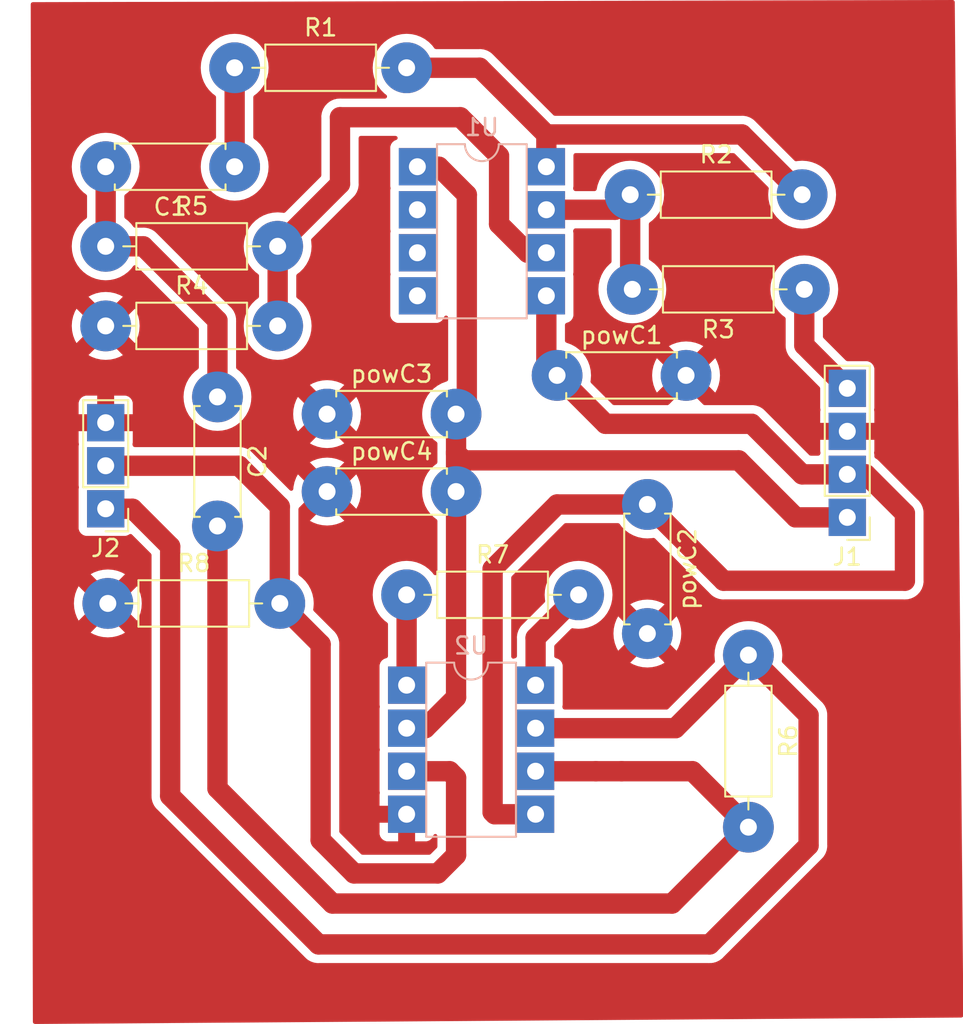
<source format=kicad_pcb>
(kicad_pcb (version 20221018) (generator pcbnew)
  (layers (0 "F.Cu" signal) (31 "B.Cu" signal) (34 "B.Paste" user) (35 "F.Paste" user) (36 "B.SilkS" user "B.Silkscreen") (37 "F.SilkS" user "F.Silkscreen") (38 "B.Mask" user) (39 "F.Mask" user) (44 "Edge.Cuts" user))
  (net 0 "")
  (net 1 "Net-(C1-Pad1)")
  (net 2 "Net-(C1-Pad2)")
  (net 3 "GND")
  (net 4 "/V+")
  (net 5 "/V-")
  (net 6 "/Vin")
  (net 7 "Net-(U1-Vout1)")
  (net 8 "Net-(U1--IN1)")
  (net 9 "Net-(U1-+IN1)")
  (net 13 "/Injection")
  (net 14 "Net-(U2-+Rg)")
  (net 15 "Net-(U2--Rg)")
  (net 16 "/m+")
  (net 17 "Net-(U2-+IN1)")
  (footprint "Resistor_THT:R_Axial_DIN0207_L6.3mm_D2.5mm_P7.62mm_Horizontal" (layer "F.Cu") (at 44.45 35.8775)
    (fp_text reference "powC1" (at 3.81 -2.37) (layer "F.SilkS"))
    (fp_text value "1u")
    (fp_line (start 0.54 -1.37) (end 7.08 -1.37) (stroke (width 0.12)) (layer "F.SilkS"))
    (fp_line (start 0.54 -1.04) (end 0.54 -1.37) (stroke (width 0.12)) (layer "F.SilkS"))
    (fp_line (start 0.54 1.04) (end 0.54 1.37) (stroke (width 0.12)) (layer "F.SilkS"))
    (fp_line (start 0.54 1.37) (end 7.08 1.37) (stroke (width 0.12)) (layer "F.SilkS"))
    (fp_line (start 7.08 -1.37) (end 7.08 -1.04) (stroke (width 0.12)) (layer "F.SilkS"))
    (fp_line (start 7.08 1.37) (end 7.08 1.04) (stroke (width 0.12)) (layer "F.SilkS"))
    (pad "1" thru_hole circle (at 0 0) (size 3 3) (drill 1) (layers "*.Cu" "*.Mask") (net 5 "/V-"))
    (pad "2" thru_hole circle (at 7.62 0) (size 3 3) (drill 1) (layers "*.Cu" "*.Mask") (net 3 "GND"))
  )
  (footprint "Resistor_THT:R_Axial_DIN0207_L6.3mm_D2.5mm_P10.16mm_Horizontal" (layer "F.Cu") (at 17.78 32.9565)
    (fp_text reference "R4" (at 5.08 -2.37) (layer "F.SilkS"))
    (fp_text value "47k")
    (fp_line (start 1.04 0) (end 1.81 0) (stroke (width 0.12)) (layer "F.SilkS"))
    (fp_line (start 1.81 -1.37) (end 1.81 1.37) (stroke (width 0.12)) (layer "F.SilkS"))
    (fp_line (start 1.81 1.37) (end 8.35 1.37) (stroke (width 0.12)) (layer "F.SilkS"))
    (fp_line (start 8.35 -1.37) (end 1.81 -1.37) (stroke (width 0.12)) (layer "F.SilkS"))
    (fp_line (start 8.35 1.37) (end 8.35 -1.37) (stroke (width 0.12)) (layer "F.SilkS"))
    (fp_line (start 9.12 0) (end 8.35 0) (stroke (width 0.12)) (layer "F.SilkS"))
    (pad "1" thru_hole circle (at 0 0) (size 3 3) (drill 1) (layers "*.Cu" "*.Mask") (net 3 "GND"))
    (pad "2" thru_hole circle (at 10.16 0) (size 3 3) (drill 1) (layers "*.Cu" "*.Mask") (net 9 "Net-(U1-+IN1)"))
  )
  (footprint "Resistor_THT:R_Axial_DIN0207_L6.3mm_D2.5mm_P7.62mm_Horizontal" (layer "F.Cu") (at 30.861 42.7355)
    (fp_text reference "powC4" (at 3.81 -2.37) (layer "F.SilkS"))
    (fp_text value "1n")
    (fp_line (start 0.54 -1.37) (end 7.08 -1.37) (stroke (width 0.12)) (layer "F.SilkS"))
    (fp_line (start 0.54 -1.04) (end 0.54 -1.37) (stroke (width 0.12)) (layer "F.SilkS"))
    (fp_line (start 0.54 1.04) (end 0.54 1.37) (stroke (width 0.12)) (layer "F.SilkS"))
    (fp_line (start 0.54 1.37) (end 7.08 1.37) (stroke (width 0.12)) (layer "F.SilkS"))
    (fp_line (start 7.08 -1.37) (end 7.08 -1.04) (stroke (width 0.12)) (layer "F.SilkS"))
    (fp_line (start 7.08 1.37) (end 7.08 1.04) (stroke (width 0.12)) (layer "F.SilkS"))
    (pad "1" thru_hole circle (at 0 0) (size 3 3) (drill 1) (layers "*.Cu" "*.Mask") (net 3 "GND"))
    (pad "2" thru_hole circle (at 7.62 0) (size 3 3) (drill 1) (layers "*.Cu" "*.Mask") (net 4 "/V+"))
  )
  (footprint "Resistor_THT:R_Axial_DIN0207_L6.3mm_D2.5mm_P7.62mm_Horizontal" (layer "F.Cu") (at 30.861 38.1635)
    (fp_text reference "powC3" (at 3.81 -2.37) (layer "F.SilkS"))
    (fp_text value "1u")
    (fp_line (start 0.54 -1.37) (end 7.08 -1.37) (stroke (width 0.12)) (layer "F.SilkS"))
    (fp_line (start 0.54 -1.04) (end 0.54 -1.37) (stroke (width 0.12)) (layer "F.SilkS"))
    (fp_line (start 0.54 1.04) (end 0.54 1.37) (stroke (width 0.12)) (layer "F.SilkS"))
    (fp_line (start 0.54 1.37) (end 7.08 1.37) (stroke (width 0.12)) (layer "F.SilkS"))
    (fp_line (start 7.08 -1.37) (end 7.08 -1.04) (stroke (width 0.12)) (layer "F.SilkS"))
    (fp_line (start 7.08 1.37) (end 7.08 1.04) (stroke (width 0.12)) (layer "F.SilkS"))
    (pad "1" thru_hole circle (at 0 0) (size 3 3) (drill 1) (layers "*.Cu" "*.Mask") (net 3 "GND"))
    (pad "2" thru_hole circle (at 7.62 0) (size 3 3) (drill 1) (layers "*.Cu" "*.Mask") (net 4 "/V+"))
  )
  (footprint "Resistor_THT:R_Axial_DIN0207_L6.3mm_D2.5mm_P10.16mm_Horizontal" (layer "F.Cu") (at 35.56 48.8315)
    (fp_text reference "R7" (at 5.08 -2.37) (layer "F.SilkS"))
    (fp_text value "500")
    (fp_line (start 1.04 0) (end 1.81 0) (stroke (width 0.12)) (layer "F.SilkS"))
    (fp_line (start 1.81 -1.37) (end 1.81 1.37) (stroke (width 0.12)) (layer "F.SilkS"))
    (fp_line (start 1.81 1.37) (end 8.35 1.37) (stroke (width 0.12)) (layer "F.SilkS"))
    (fp_line (start 8.35 -1.37) (end 1.81 -1.37) (stroke (width 0.12)) (layer "F.SilkS"))
    (fp_line (start 8.35 1.37) (end 8.35 -1.37) (stroke (width 0.12)) (layer "F.SilkS"))
    (fp_line (start 9.12 0) (end 8.35 0) (stroke (width 0.12)) (layer "F.SilkS"))
    (pad "1" thru_hole circle (at 0 0) (size 3 3) (drill 1) (layers "*.Cu" "*.Mask") (net 14 "Net-(U2-+Rg)"))
    (pad "2" thru_hole circle (at 10.16 0) (size 3 3) (drill 1) (layers "*.Cu" "*.Mask") (net 15 "Net-(U2--Rg)"))
  )
  (footprint "Connector_PinHeader_2.54mm:PinHeader_1x03_P2.54mm_Vertical" (layer "F.Cu") (at 17.78 43.7515 180)
    (fp_text reference "J2" (at 0 -2.33) (layer "F.SilkS"))
    (fp_text value "Conn_01x03_Pin")
    (fp_line (start -1.33 -1.33) (end 0 -1.33) (stroke (width 0.12)) (layer "F.SilkS"))
    (fp_line (start -1.33 0) (end -1.33 -1.33) (stroke (width 0.12)) (layer "F.SilkS"))
    (fp_line (start -1.33 1.27) (end -1.33 6.41) (stroke (width 0.12)) (layer "F.SilkS"))
    (fp_line (start -1.33 1.27) (end 1.33 1.27) (stroke (width 0.12)) (layer "F.SilkS"))
    (fp_line (start -1.33 6.41) (end 1.33 6.41) (stroke (width 0.12)) (layer "F.SilkS"))
    (fp_line (start 1.33 1.27) (end 1.33 6.41) (stroke (width 0.12)) (layer "F.SilkS"))
    (pad "1" thru_hole rect (at 0 0 180) (size 2.2 2.2) (drill 1) (layers "*.Cu" "*.Mask") (net 13 "/Injection"))
    (pad "2" thru_hole rect (at 0 2.54 180) (size 2.2 2.2) (drill 1) (layers "*.Cu" "*.Mask") (net 16 "/m+"))
    (pad "3" thru_hole rect (at 0 5.08 180) (size 2.2 2.2) (drill 1) (layers "*.Cu" "*.Mask") (net 3 "GND"))
  )
  (footprint "Resistor_THT:R_Axial_DIN0207_L6.3mm_D2.5mm_P10.16mm_Horizontal" (layer "F.Cu") (at 25.4 17.7165)
    (fp_text reference "R1" (at 5.08 -2.37) (layer "F.SilkS"))
    (fp_text value "1k")
    (fp_line (start 1.04 0) (end 1.81 0) (stroke (width 0.12)) (layer "F.SilkS"))
    (fp_line (start 1.81 -1.37) (end 1.81 1.37) (stroke (width 0.12)) (layer "F.SilkS"))
    (fp_line (start 1.81 1.37) (end 8.35 1.37) (stroke (width 0.12)) (layer "F.SilkS"))
    (fp_line (start 8.35 -1.37) (end 1.81 -1.37) (stroke (width 0.12)) (layer "F.SilkS"))
    (fp_line (start 8.35 1.37) (end 8.35 -1.37) (stroke (width 0.12)) (layer "F.SilkS"))
    (fp_line (start 9.12 0) (end 8.35 0) (stroke (width 0.12)) (layer "F.SilkS"))
    (pad "1" thru_hole circle (at 0 0) (size 3 3) (drill 1) (layers "*.Cu" "*.Mask") (net 1 "Net-(C1-Pad1)"))
    (pad "2" thru_hole circle (at 10.16 0) (size 3 3) (drill 1) (layers "*.Cu" "*.Mask") (net 7 "Net-(U1-Vout1)"))
  )
  (footprint "Resistor_THT:R_Axial_DIN0207_L6.3mm_D2.5mm_P10.16mm_Horizontal" (layer "F.Cu") (at 55.753 52.3875 -90)
    (fp_text reference "R6" (at 5.08 -2.37 90) (layer "F.SilkS"))
    (fp_text value "10")
    (fp_line (start 1.04 0) (end 1.81 0) (stroke (width 0.12)) (layer "F.SilkS"))
    (fp_line (start 1.81 -1.37) (end 1.81 1.37) (stroke (width 0.12)) (layer "F.SilkS"))
    (fp_line (start 1.81 1.37) (end 8.35 1.37) (stroke (width 0.12)) (layer "F.SilkS"))
    (fp_line (start 8.35 -1.37) (end 1.81 -1.37) (stroke (width 0.12)) (layer "F.SilkS"))
    (fp_line (start 8.35 1.37) (end 8.35 -1.37) (stroke (width 0.12)) (layer "F.SilkS"))
    (fp_line (start 9.12 0) (end 8.35 0) (stroke (width 0.12)) (layer "F.SilkS"))
    (pad "1" thru_hole circle (at 0 0 270) (size 3 3) (drill 1) (layers "*.Cu" "*.Mask") (net 13 "/Injection"))
    (pad "2" thru_hole circle (at 10.16 0 270) (size 3 3) (drill 1) (layers "*.Cu" "*.Mask") (net 17 "Net-(U2-+IN1)"))
  )
  (footprint "Connector_PinHeader_2.54mm:PinHeader_1x04_P2.54mm_Vertical" (layer "F.Cu") (at 61.595 44.2595 180)
    (fp_text reference "J1" (at 0 -2.33) (layer "F.SilkS"))
    (fp_text value "pow/Vin")
    (fp_line (start -1.33 -1.33) (end 0 -1.33) (stroke (width 0.12)) (layer "F.SilkS"))
    (fp_line (start -1.33 0) (end -1.33 -1.33) (stroke (width 0.12)) (layer "F.SilkS"))
    (fp_line (start -1.33 1.27) (end -1.33 8.95) (stroke (width 0.12)) (layer "F.SilkS"))
    (fp_line (start -1.33 1.27) (end 1.33 1.27) (stroke (width 0.12)) (layer "F.SilkS"))
    (fp_line (start -1.33 8.95) (end 1.33 8.95) (stroke (width 0.12)) (layer "F.SilkS"))
    (fp_line (start 1.33 1.27) (end 1.33 8.95) (stroke (width 0.12)) (layer "F.SilkS"))
    (pad "1" thru_hole rect (at 0 0 180) (size 2.2 2.2) (drill 1) (layers "*.Cu" "*.Mask") (net 4 "/V+"))
    (pad "2" thru_hole rect (at 0 2.54 180) (size 2.2 2.2) (drill 1) (layers "*.Cu" "*.Mask") (net 5 "/V-"))
    (pad "3" thru_hole rect (at 0 5.08 180) (size 2.2 2.2) (drill 1) (layers "*.Cu" "*.Mask") (net 3 "GND"))
    (pad "4" thru_hole rect (at 0 7.62 180) (size 2.2 2.2) (drill 1) (layers "*.Cu" "*.Mask") (net 6 "/Vin"))
  )
  (footprint "Resistor_THT:R_Axial_DIN0207_L6.3mm_D2.5mm_P7.62mm_Horizontal" (layer "F.Cu") (at 25.4 23.5585 180)
    (fp_text reference "C1" (at 3.81 -2.37) (layer "F.SilkS"))
    (fp_text value "1u")
    (fp_line (start 0.54 -1.37) (end 7.08 -1.37) (stroke (width 0.12)) (layer "F.SilkS"))
    (fp_line (start 0.54 -1.04) (end 0.54 -1.37) (stroke (width 0.12)) (layer "F.SilkS"))
    (fp_line (start 0.54 1.04) (end 0.54 1.37) (stroke (width 0.12)) (layer "F.SilkS"))
    (fp_line (start 0.54 1.37) (end 7.08 1.37) (stroke (width 0.12)) (layer "F.SilkS"))
    (fp_line (start 7.08 -1.37) (end 7.08 -1.04) (stroke (width 0.12)) (layer "F.SilkS"))
    (fp_line (start 7.08 1.37) (end 7.08 1.04) (stroke (width 0.12)) (layer "F.SilkS"))
    (pad "1" thru_hole circle (at 0 0 180) (size 3 3) (drill 1) (layers "*.Cu" "*.Mask") (net 1 "Net-(C1-Pad1)"))
    (pad "2" thru_hole circle (at 7.62 0 180) (size 3 3) (drill 1) (layers "*.Cu" "*.Mask") (net 2 "Net-(C1-Pad2)"))
  )
  (footprint "Resistor_THT:R_Axial_DIN0207_L6.3mm_D2.5mm_P10.16mm_Horizontal" (layer "F.Cu") (at 59.055 30.7975 180)
    (fp_text reference "R3" (at 5.08 -2.37) (layer "F.SilkS"))
    (fp_text value "47k")
    (fp_line (start 1.04 0) (end 1.81 0) (stroke (width 0.12)) (layer "F.SilkS"))
    (fp_line (start 1.81 -1.37) (end 1.81 1.37) (stroke (width 0.12)) (layer "F.SilkS"))
    (fp_line (start 1.81 1.37) (end 8.35 1.37) (stroke (width 0.12)) (layer "F.SilkS"))
    (fp_line (start 8.35 -1.37) (end 1.81 -1.37) (stroke (width 0.12)) (layer "F.SilkS"))
    (fp_line (start 8.35 1.37) (end 8.35 -1.37) (stroke (width 0.12)) (layer "F.SilkS"))
    (fp_line (start 9.12 0) (end 8.35 0) (stroke (width 0.12)) (layer "F.SilkS"))
    (pad "1" thru_hole circle (at 0 0 180) (size 3 3) (drill 1) (layers "*.Cu" "*.Mask") (net 6 "/Vin"))
    (pad "2" thru_hole circle (at 10.16 0 180) (size 3 3) (drill 1) (layers "*.Cu" "*.Mask") (net 8 "Net-(U1--IN1)"))
  )
  (footprint "Resistor_THT:R_Axial_DIN0207_L6.3mm_D2.5mm_P7.62mm_Horizontal" (layer "F.Cu") (at 24.384 37.1475 -90)
    (fp_text reference "C2" (at 3.81 -2.37 90) (layer "F.SilkS"))
    (fp_text value "1u")
    (fp_line (start 0.54 -1.37) (end 7.08 -1.37) (stroke (width 0.12)) (layer "F.SilkS"))
    (fp_line (start 0.54 -1.04) (end 0.54 -1.37) (stroke (width 0.12)) (layer "F.SilkS"))
    (fp_line (start 0.54 1.04) (end 0.54 1.37) (stroke (width 0.12)) (layer "F.SilkS"))
    (fp_line (start 0.54 1.37) (end 7.08 1.37) (stroke (width 0.12)) (layer "F.SilkS"))
    (fp_line (start 7.08 -1.37) (end 7.08 -1.04) (stroke (width 0.12)) (layer "F.SilkS"))
    (fp_line (start 7.08 1.37) (end 7.08 1.04) (stroke (width 0.12)) (layer "F.SilkS"))
    (pad "1" thru_hole circle (at 0 0 270) (size 3 3) (drill 1) (layers "*.Cu" "*.Mask") (net 2 "Net-(C1-Pad2)"))
    (pad "2" thru_hole circle (at 7.62 0 270) (size 3 3) (drill 1) (layers "*.Cu" "*.Mask") (net 17 "Net-(U2-+IN1)"))
  )
  (footprint "Resistor_THT:R_Axial_DIN0207_L6.3mm_D2.5mm_P10.16mm_Horizontal" (layer "F.Cu") (at 48.768 25.2095)
    (fp_text reference "R2" (at 5.08 -2.37) (layer "F.SilkS"))
    (fp_text value "47k")
    (fp_line (start 1.04 0) (end 1.81 0) (stroke (width 0.12)) (layer "F.SilkS"))
    (fp_line (start 1.81 -1.37) (end 1.81 1.37) (stroke (width 0.12)) (layer "F.SilkS"))
    (fp_line (start 1.81 1.37) (end 8.35 1.37) (stroke (width 0.12)) (layer "F.SilkS"))
    (fp_line (start 8.35 -1.37) (end 1.81 -1.37) (stroke (width 0.12)) (layer "F.SilkS"))
    (fp_line (start 8.35 1.37) (end 8.35 -1.37) (stroke (width 0.12)) (layer "F.SilkS"))
    (fp_line (start 9.12 0) (end 8.35 0) (stroke (width 0.12)) (layer "F.SilkS"))
    (pad "1" thru_hole circle (at 0 0) (size 3 3) (drill 1) (layers "*.Cu" "*.Mask") (net 8 "Net-(U1--IN1)"))
    (pad "2" thru_hole circle (at 10.16 0) (size 3 3) (drill 1) (layers "*.Cu" "*.Mask") (net 7 "Net-(U1-Vout1)"))
  )
  (footprint "Resistor_THT:R_Axial_DIN0207_L6.3mm_D2.5mm_P10.16mm_Horizontal" (layer "F.Cu") (at 17.907 49.3395)
    (fp_text reference "R8" (at 5.08 -2.37) (layer "F.SilkS"))
    (fp_text value "10k")
    (fp_line (start 1.04 0) (end 1.81 0) (stroke (width 0.12)) (layer "F.SilkS"))
    (fp_line (start 1.81 -1.37) (end 1.81 1.37) (stroke (width 0.12)) (layer "F.SilkS"))
    (fp_line (start 1.81 1.37) (end 8.35 1.37) (stroke (width 0.12)) (layer "F.SilkS"))
    (fp_line (start 8.35 -1.37) (end 1.81 -1.37) (stroke (width 0.12)) (layer "F.SilkS"))
    (fp_line (start 8.35 1.37) (end 8.35 -1.37) (stroke (width 0.12)) (layer "F.SilkS"))
    (fp_line (start 9.12 0) (end 8.35 0) (stroke (width 0.12)) (layer "F.SilkS"))
    (pad "1" thru_hole circle (at 0 0) (size 3 3) (drill 1) (layers "*.Cu" "*.Mask") (net 3 "GND"))
    (pad "2" thru_hole circle (at 10.16 0) (size 3 3) (drill 1) (layers "*.Cu" "*.Mask") (net 16 "/m+"))
  )
  (footprint "Resistor_THT:R_Axial_DIN0207_L6.3mm_D2.5mm_P7.62mm_Horizontal" (layer "F.Cu") (at 49.784 43.4975 -90)
    (fp_text reference "powC2" (at 3.81 -2.37 90) (layer "F.SilkS"))
    (fp_text value "1n")
    (fp_line (start 0.54 -1.37) (end 7.08 -1.37) (stroke (width 0.12)) (layer "F.SilkS"))
    (fp_line (start 0.54 -1.04) (end 0.54 -1.37) (stroke (width 0.12)) (layer "F.SilkS"))
    (fp_line (start 0.54 1.04) (end 0.54 1.37) (stroke (width 0.12)) (layer "F.SilkS"))
    (fp_line (start 0.54 1.37) (end 7.08 1.37) (stroke (width 0.12)) (layer "F.SilkS"))
    (fp_line (start 7.08 -1.37) (end 7.08 -1.04) (stroke (width 0.12)) (layer "F.SilkS"))
    (fp_line (start 7.08 1.37) (end 7.08 1.04) (stroke (width 0.12)) (layer "F.SilkS"))
    (pad "1" thru_hole circle (at 0 0 270) (size 3 3) (drill 1) (layers "*.Cu" "*.Mask") (net 5 "/V-"))
    (pad "2" thru_hole circle (at 7.62 0 270) (size 3 3) (drill 1) (layers "*.Cu" "*.Mask") (net 3 "GND"))
  )
  (footprint "Resistor_THT:R_Axial_DIN0207_L6.3mm_D2.5mm_P10.16mm_Horizontal" (layer "F.Cu") (at 17.78 28.2575)
    (fp_text reference "R5" (at 5.08 -2.37) (layer "F.SilkS"))
    (fp_text value "47k")
    (fp_line (start 1.04 0) (end 1.81 0) (stroke (width 0.12)) (layer "F.SilkS"))
    (fp_line (start 1.81 -1.37) (end 1.81 1.37) (stroke (width 0.12)) (layer "F.SilkS"))
    (fp_line (start 1.81 1.37) (end 8.35 1.37) (stroke (width 0.12)) (layer "F.SilkS"))
    (fp_line (start 8.35 -1.37) (end 1.81 -1.37) (stroke (width 0.12)) (layer "F.SilkS"))
    (fp_line (start 8.35 1.37) (end 8.35 -1.37) (stroke (width 0.12)) (layer "F.SilkS"))
    (fp_line (start 9.12 0) (end 8.35 0) (stroke (width 0.12)) (layer "F.SilkS"))
    (pad "1" thru_hole circle (at 0 0) (size 3 3) (drill 1) (layers "*.Cu" "*.Mask") (net 2 "Net-(C1-Pad2)"))
    (pad "2" thru_hole circle (at 10.16 0) (size 3 3) (drill 1) (layers "*.Cu" "*.Mask") (net 9 "Net-(U1-+IN1)"))
  )
  (footprint "Package_DIP:DIP-8_W7.62mm" (layer "B.Cu") (at 43.815 23.5585 180)
    (fp_text reference "U1" (at 3.81 2.33) (layer "B.SilkS") (effects (justify mirror)))
    (fp_text value "AD8066_SOIC")
    (fp_line (start 1.16 -8.95) (end 6.46 -8.95) (stroke (width 0.12)) (layer "B.SilkS"))
    (fp_line (start 1.16 1.33) (end 1.16 -8.95) (stroke (width 0.12)) (layer "B.SilkS"))
    (fp_line (start 2.81 1.33) (end 1.16 1.33) (stroke (width 0.12)) (layer "B.SilkS"))
    (fp_line (start 6.46 -8.95) (end 6.46 1.33) (stroke (width 0.12)) (layer "B.SilkS"))
    (fp_line (start 6.46 1.33) (end 4.81 1.33) (stroke (width 0.12)) (layer "B.SilkS"))
    (fp_arc (start 2.81 1.33) (mid 3.81 0.33) (end 4.81 1.33) (stroke (width 0.12)) (layer "B.SilkS"))
    (pad "1" thru_hole rect (at 0 0 180) (size 2.2 2.2) (drill 1) (layers "*.Cu" "*.Mask") (net 7 "Net-(U1-Vout1)"))
    (pad "2" thru_hole rect (at 0 -2.54 180) (size 2.2 2.2) (drill 1) (layers "*.Cu" "*.Mask") (net 8 "Net-(U1--IN1)"))
    (pad "3" thru_hole rect (at 0 -5.08 180) (size 2.2 2.2) (drill 1) (layers "*.Cu" "*.Mask") (net 9 "Net-(U1-+IN1)"))
    (pad "4" thru_hole rect (at 0 -7.62 180) (size 2.2 2.2) (drill 1) (layers "*.Cu" "*.Mask") (net 5 "/V-"))
    (pad "5" thru_hole rect (at 7.62 -7.62 180) (size 2.2 2.2) (drill 1) (layers "*.Cu" "*.Mask"))
    (pad "6" thru_hole rect (at 7.62 -5.08 180) (size 2.2 2.2) (drill 1) (layers "*.Cu" "*.Mask"))
    (pad "7" thru_hole rect (at 7.62 -2.54 180) (size 2.2 2.2) (drill 1) (layers "*.Cu" "*.Mask"))
    (pad "8" thru_hole rect (at 7.62 0 180) (size 2.2 2.2) (drill 1) (layers "*.Cu" "*.Mask") (net 4 "/V+"))
  )
  (footprint "Package_DIP:DIP-8_W7.62mm" (layer "B.Cu") (at 43.18 54.1655 180)
    (fp_text reference "U2" (at 3.81 2.33) (layer "B.SilkS") (effects (justify mirror)))
    (fp_text value "~" hide)
    (fp_line (start 1.16 -8.95) (end 6.46 -8.95) (stroke (width 0.12)) (layer "B.SilkS"))
    (fp_line (start 1.16 1.33) (end 1.16 -8.95) (stroke (width 0.12)) (layer "B.SilkS"))
    (fp_line (start 2.81 1.33) (end 1.16 1.33) (stroke (width 0.12)) (layer "B.SilkS"))
    (fp_line (start 6.46 -8.95) (end 6.46 1.33) (stroke (width 0.12)) (layer "B.SilkS"))
    (fp_line (start 6.46 1.33) (end 4.81 1.33) (stroke (width 0.12)) (layer "B.SilkS"))
    (fp_arc (start 2.81 1.33) (mid 3.81 0.33) (end 4.81 1.33) (stroke (width 0.12)) (layer "B.SilkS"))
    (pad "1" thru_hole rect (at 0 0 180) (size 2.2 2.2) (drill 1) (layers "*.Cu" "*.Mask") (net 15 "Net-(U2--Rg)"))
    (pad "2" thru_hole rect (at 0 -2.54 180) (size 2.2 2.2) (drill 1) (layers "*.Cu" "*.Mask") (net 13 "/Injection"))
    (pad "3" thru_hole rect (at 0 -5.08 180) (size 2.2 2.2) (drill 1) (layers "*.Cu" "*.Mask") (net 17 "Net-(U2-+IN1)"))
    (pad "4" thru_hole rect (at 0 -7.62 180) (size 2.2 2.2) (drill 1) (layers "*.Cu" "*.Mask") (net 5 "/V-"))
    (pad "5" thru_hole rect (at 7.62 -7.62 180) (size 2.2 2.2) (drill 1) (layers "*.Cu" "*.Mask") (net 3 "GND"))
    (pad "6" thru_hole rect (at 7.62 -5.08 180) (size 2.2 2.2) (drill 1) (layers "*.Cu" "*.Mask") (net 16 "/m+"))
    (pad "7" thru_hole rect (at 7.62 -2.54 180) (size 2.2 2.2) (drill 1) (layers "*.Cu" "*.Mask") (net 4 "/V+"))
    (pad "8" thru_hole rect (at 7.62 0 180) (size 2.2 2.2) (drill 1) (layers "*.Cu" "*.Mask") (net 14 "Net-(U2-+Rg)"))
  )
  (segment (start 25.4 17.7165) (end 25.4 23.5585) (width 1.2) (layer "F.Cu") (net 1))
  (segment (start 17.78 28.2575) (end 20.0025 28.2575) (width 1.2) (layer "F.Cu") (net 2))
  (segment (start 17.78 23.5585) (end 17.78 28.2575) (width 1.2) (layer "F.Cu") (net 2))
  (segment (start 20.0025 28.2575) (end 24.384 32.639) (width 1.2) (layer "F.Cu") (net 2))
  (segment (start 24.384 32.639) (end 24.384 37.1475) (width 1.2) (layer "F.Cu") (net 2))
  (segment (start 58.547 44.2595) (end 55.1815 40.894) (width 1.2) (layer "F.Cu") (net 4))
  (segment (start 36.195 23.5585) (end 37.465 23.5585) (width 1.2) (layer "F.Cu") (net 4))
  (segment (start 38.481 42.7355) (end 38.481 54.8845) (width 1.2) (layer "F.Cu") (net 4))
  (segment (start 36.66 56.7055) (end 35.56 56.7055) (width 1.2) (layer "F.Cu") (net 4))
  (segment (start 61.595 44.2595) (end 58.547 44.2595) (width 1.2) (layer "F.Cu") (net 4))
  (segment (start 39.116 25.2095) (end 39.116 37.5285) (width 1.2) (layer "F.Cu") (net 4))
  (segment (start 38.481 54.8845) (end 36.66 56.7055) (width 1.2) (layer "F.Cu") (net 4))
  (segment (start 38.9255 40.894) (end 38.481 40.4495) (width 1.2) (layer "F.Cu") (net 4))
  (segment (start 37.465 23.5585) (end 39.116 25.2095) (width 1.2) (layer "F.Cu") (net 4))
  (segment (start 55.1815 40.894) (end 38.9255 40.894) (width 1.2) (layer "F.Cu") (net 4))
  (segment (start 38.481 40.4495) (end 38.481 42.7355) (width 1.2) (layer "F.Cu") (net 4))
  (segment (start 39.116 37.5285) (end 38.481 38.1635) (width 1.2) (layer "F.Cu") (net 4))
  (segment (start 38.481 38.1635) (end 38.481 40.4495) (width 1.2) (layer "F.Cu") (net 4))
  (segment (start 40.64 47.3075) (end 40.64 61.6585) (width 1.2) (layer "F.Cu") (net 5))
  (segment (start 55.9435 38.735) (end 47.3075 38.735) (width 1.2) (layer "F.Cu") (net 5))
  (segment (start 40.767 61.7855) (end 43.18 61.7855) (width 1.2) (layer "F.Cu") (net 5))
  (segment (start 43.815 31.1785) (end 43.815 35.2425) (width 1.2) (layer "F.Cu") (net 5))
  (segment (start 62.695 41.7195) (end 65 44.0245) (width 1.2) (layer "F.Cu") (net 5))
  (segment (start 65 44.0245) (end 65 48) (width 1.2) (layer "F.Cu") (net 5))
  (segment (start 40.64 61.6585) (end 40.767 61.7855) (width 1.2) (layer "F.Cu") (net 5))
  (segment (start 61.595 41.7195) (end 62.695 41.7195) (width 1.2) (layer "F.Cu") (net 5))
  (segment (start 65 48) (end 54.2865 48) (width 1.2) (layer "F.Cu") (net 5))
  (segment (start 47.3075 38.735) (end 44.45 35.8775) (width 1.2) (layer "F.Cu") (net 5))
  (segment (start 44.45 43.4975) (end 40.64 47.3075) (width 1.2) (layer "F.Cu") (net 5))
  (segment (start 44.45 43.4975) (end 49.784 43.4975) (width 1.2) (layer "F.Cu") (net 5))
  (segment (start 54.2865 48) (end 49.784 43.4975) (width 1.2) (layer "F.Cu") (net 5))
  (segment (start 43.815 35.2425) (end 44.45 35.8775) (width 1.2) (layer "F.Cu") (net 5))
  (segment (start 58.928 41.7195) (end 55.9435 38.735) (width 1.2) (layer "F.Cu") (net 5))
  (segment (start 61.595 41.7195) (end 58.928 41.7195) (width 1.2) (layer "F.Cu") (net 5))
  (segment (start 59.055 34.0995) (end 61.595 36.6395) (width 1.2) (layer "F.Cu") (net 6))
  (segment (start 59.055 30.7975) (end 59.055 34.0995) (width 1.2) (layer "F.Cu") (net 6))
  (segment (start 35.56 17.7165) (end 39.878 17.7165) (width 1.2) (layer "F.Cu") (net 7))
  (segment (start 55.372 21.6535) (end 58.928 25.2095) (width 1.2) (layer "F.Cu") (net 7))
  (segment (start 43.815 21.6535) (end 43.815 23.5585) (width 1.2) (layer "F.Cu") (net 7))
  (segment (start 43.815 21.6535) (end 55.372 21.6535) (width 1.2) (layer "F.Cu") (net 7))
  (segment (start 39.878 17.7165) (end 43.815 21.6535) (width 1.2) (layer "F.Cu") (net 7))
  (segment (start 47.879 26.0985) (end 48.768 25.2095) (width 1.2) (layer "F.Cu") (net 8))
  (segment (start 43.815 26.0985) (end 47.879 26.0985) (width 1.2) (layer "F.Cu") (net 8))
  (segment (start 48.768 30.6705) (end 48.895 30.7975) (width 1.2) (layer "F.Cu") (net 8))
  (segment (start 48.768 25.2095) (end 48.768 30.6705) (width 1.2) (layer "F.Cu") (net 8))
  (segment (start 38.735 20.6375) (end 41.021 22.9235) (width 1.2) (layer "F.Cu") (net 9))
  (segment (start 27.94 28.2575) (end 27.94 32.9565) (width 1.2) (layer "F.Cu") (net 9))
  (segment (start 31.623 24.5745) (end 31.623 20.6375) (width 1.2) (layer "F.Cu") (net 9))
  (segment (start 41.021 22.9235) (end 41.021 26.9445) (width 1.2) (layer "F.Cu") (net 9))
  (segment (start 27.94 28.2575) (end 31.623 24.5745) (width 1.2) (layer "F.Cu") (net 9))
  (segment (start 42.715 28.6385) (end 43.815 28.6385) (width 1.2) (layer "F.Cu") (net 9))
  (segment (start 41.021 26.9445) (end 42.715 28.6385) (width 1.2) (layer "F.Cu") (net 9))
  (segment (start 31.623 20.6375) (end 38.735 20.6375) (width 1.2) (layer "F.Cu") (net 9))
  (segment (start 59.309 55.9435) (end 55.753 52.3875) (width 1.2) (layer "F.Cu") (net 13))
  (segment (start 19.3675 43.7515) (end 21.59 45.974) (width 1.2) (layer "F.Cu") (net 13))
  (segment (start 59.309 63.627) (end 59.309 55.9435) (width 1.2) (layer "F.Cu") (net 13))
  (segment (start 53.467 69.469) (end 59.309 63.627) (width 1.2) (layer "F.Cu") (net 13))
  (segment (start 43.18 56.7055) (end 51.435 56.7055) (width 1.2) (layer "F.Cu") (net 13))
  (segment (start 21.59 60.706) (end 30.353 69.469) (width 1.2) (layer "F.Cu") (net 13))
  (segment (start 17.78 43.7515) (end 19.3675 43.7515) (width 1.2) (layer "F.Cu") (net 13))
  (segment (start 21.59 45.974) (end 21.59 60.706) (width 1.2) (layer "F.Cu") (net 13))
  (segment (start 30.353 69.469) (end 53.467 69.469) (width 1.2) (layer "F.Cu") (net 13))
  (segment (start 51.435 56.7055) (end 55.753 52.3875) (width 1.2) (layer "F.Cu") (net 13))
  (segment (start 35.56 54.1655) (end 35.56 48.8315) (width 1.2) (layer "F.Cu") (net 14))
  (segment (start 43.18 51.3715) (end 45.72 48.8315) (width 1.2) (layer "F.Cu") (net 15))
  (segment (start 43.18 54.1655) (end 43.18 51.3715) (width 1.2) (layer "F.Cu") (net 15))
  (segment (start 38.481 59.6265) (end 38.481 64.1985) (width 1.2) (layer "F.Cu") (net 16))
  (segment (start 32.4485 65.278) (end 30.48 63.3095) (width 1.2) (layer "F.Cu") (net 16))
  (segment (start 38.1 59.2455) (end 38.481 59.6265) (width 1.2) (layer "F.Cu") (net 16))
  (segment (start 30.48 63.3095) (end 30.48 51.7525) (width 1.2) (layer "F.Cu") (net 16))
  (segment (start 25.654 41.2115) (end 28.067 43.6245) (width 1.2) (layer "F.Cu") (net 16))
  (segment (start 38.481 64.1985) (end 37.4015 65.278) (width 1.2) (layer "F.Cu") (net 16))
  (segment (start 37.4015 65.278) (end 32.4485 65.278) (width 1.2) (layer "F.Cu") (net 16))
  (segment (start 28.067 43.6245) (end 28.067 49.3395) (width 1.2) (layer "F.Cu") (net 16))
  (segment (start 30.48 51.7525) (end 28.067 49.3395) (width 1.2) (layer "F.Cu") (net 16))
  (segment (start 17.78 41.2115) (end 25.654 41.2115) (width 1.2) (layer "F.Cu") (net 16))
  (segment (start 35.56 59.2455) (end 38.1 59.2455) (width 1.2) (layer "F.Cu") (net 16))
  (segment (start 31.1785 67.056) (end 51.2445 67.056) (width 1.2) (layer "F.Cu") (net 17))
  (segment (start 24.384 60.2615) (end 31.1785 67.056) (width 1.2) (layer "F.Cu") (net 17))
  (segment (start 48.26 59.2455) (end 52.451 59.2455) (width 1.2) (layer "F.Cu") (net 17))
  (segment (start 46.736 59.2455) (end 48.26 59.2455) (width 1.2) (layer "F.Cu") (net 17))
  (segment (start 43.18 59.2455) (end 46.736 59.2455) (width 1.2) (layer "F.Cu") (net 17))
  (segment (start 24.384 44.7675) (end 24.384 60.2615) (width 1.2) (layer "F.Cu") (net 17))
  (segment (start 52.451 59.2455) (end 55.753 62.5475) (width 1.2) (layer "F.Cu") (net 17))
  (segment (start 51.2445 67.056) (end 55.753 62.5475) (width 1.2) (layer "F.Cu") (net 17))
  (zone (net 3) (net_name "GND") (layer "F.Cu") (priority 1) (connect_pads (clearance 0.5)) (min_thickness 0.25) (fill yes (thermal_gap 0.5) (thermal_bridge_width 1) (smoothing fillet))
    (polygon (pts (xy 13.351 13.843) (xy 13.478 74.168) (xy 68.453 73.787) (xy 67.945 13.716)))
  )
)
</source>
